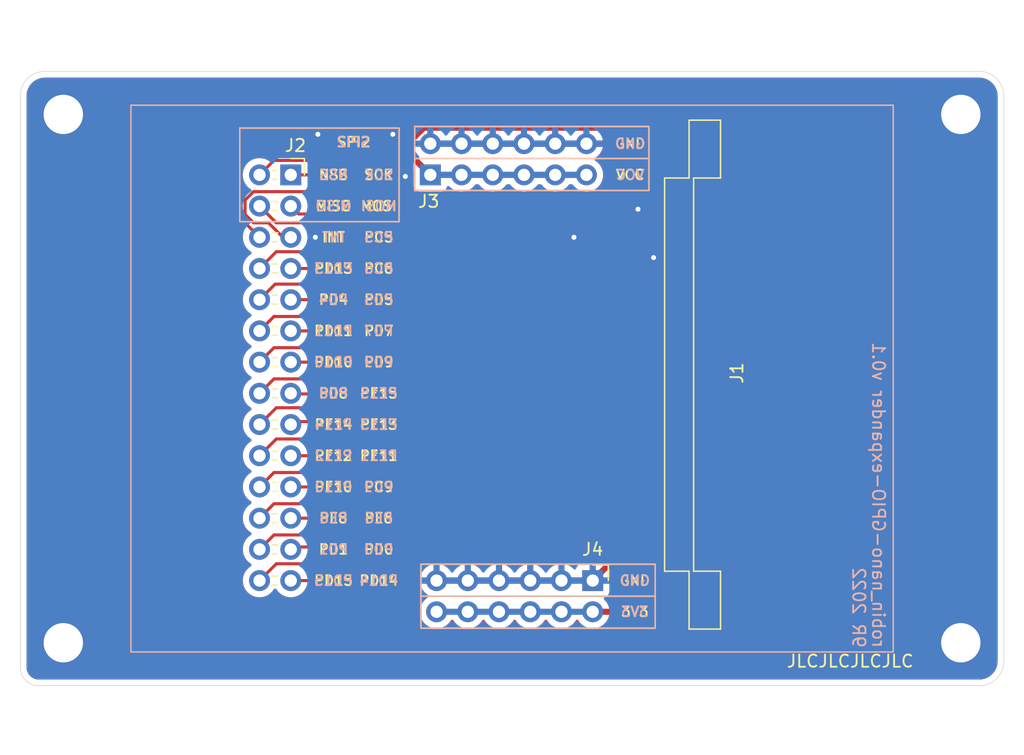
<source format=kicad_pcb>
(kicad_pcb (version 20211014) (generator pcbnew)
  (layers (0 "F.Cu" signal) (31 "B.Cu" signal) (34 "B.Paste" user) (35 "F.Paste" user) (36 "B.SilkS" user "B.Silkscreen") (37 "F.SilkS" user "F.Silkscreen") (38 "B.Mask" user) (39 "F.Mask" user) (44 "Edge.Cuts" user))
  (net 0 "")
  (net 1 "GND")
  (net 2 "SPI2_NSS")
  (net 3 "VCC")
  (net 4 "SPI2_SCK")
  (net 5 "SPI2_MOSI")
  (net 6 "SPI2_MISO")
  (net 7 "PD13")
  (net 8 "PC6")
  (net 9 "PD4")
  (net 10 "PD5")
  (net 11 "PD11")
  (net 12 "PD7")
  (net 13 "PD10")
  (net 14 "PD9")
  (net 15 "PD8")
  (net 16 "PE15")
  (net 17 "PE14")
  (net 18 "PE13")
  (net 19 "PE12")
  (net 20 "PE11")
  (net 21 "PE10")
  (net 22 "PE9")
  (net 23 "PE8")
  (net 24 "PE7")
  (net 25 "PD1")
  (net 26 "PD0")
  (net 27 "PD15")
  (net 28 "PD14")
  (net 29 "3V3")
  (net 30 "PC5_BEEPER")
  (net 31 "INT")
  (footprint "Connector_PinSocket_2.54mm:PinSocket_2x14_P2.54mm_Horizontal" (layer "F.Cu") (at 122 58.42)
    (fp_text reference "J2" (at 0.3772 -2.3876) (layer "F.SilkS"))
    (fp_text value "Conn_02x14_Odd_Even")
    (fp_line (start -1.49 32.66) (end -1.05 32.66) (layer "F.SilkS") (width 0.12))
    (fp_line (start -1.49 25.76) (end -1.05 25.76) (layer "F.SilkS") (width 0.12))
    (fp_line (start -1.49 19.96) (end -1.05 19.96) (layer "F.SilkS") (width 0.12))
    (fp_line (start -1.49 5.44) (end -1.05 5.44) (layer "F.SilkS") (width 0.12))
    (fp_line (start 1.11 -1.33) (end 1.11 0) (layer "F.SilkS") (width 0.12))
    (fp_line (start -1.49 13.06) (end -1.05 13.06) (layer "F.SilkS") (width 0.12))
    (fp_line (start -1.49 4.72) (end -1.05 4.72) (layer "F.SilkS") (width 0.12))
    (fp_line (start -1.49 15.6) (end -1.05 15.6) (layer "F.SilkS") (width 0.12))
    (fp_line (start -1.49 14.88) (end -1.05 14.88) (layer "F.SilkS") (width 0.12))
    (fp_line (start -1.49 22.5) (end -1.05 22.5) (layer "F.SilkS") (width 0.12))
    (fp_line (start -1.49 2.9) (end -1.05 2.9) (layer "F.SilkS") (width 0.12))
    (fp_line (start -1.49 0.36) (end -1.11 0.36) (layer "F.SilkS") (width 0.12))
    (fp_line (start -1.49 12.34) (end -1.05 12.34) (layer "F.SilkS") (width 0.12))
    (fp_line (start -1.49 18.14) (end -1.05 18.14) (layer "F.SilkS") (width 0.12))
    (fp_line (start -1.49 9.8) (end -1.05 9.8) (layer "F.SilkS") (width 0.12))
    (fp_line (start -1.49 7.98) (end -1.05 7.98) (layer "F.SilkS") (width 0.12))
    (fp_line (start -1.49 30.12) (end -1.05 30.12) (layer "F.SilkS") (width 0.12))
    (fp_line (start -1.49 27.58) (end -1.05 27.58) (layer "F.SilkS") (width 0.12))
    (fp_line (start -1.49 10.52) (end -1.05 10.52) (layer "F.SilkS") (width 0.12))
    (fp_line (start -1.49 17.42) (end -1.05 17.42) (layer "F.SilkS") (width 0.12))
    (fp_line (start -1.49 28.3) (end -1.05 28.3) (layer "F.SilkS") (width 0.12))
    (fp_line (start -1.49 20.68) (end -1.05 20.68) (layer "F.SilkS") (width 0.12))
    (fp_line (start -1.49 7.26) (end -1.05 7.26) (layer "F.SilkS") (width 0.12))
    (fp_line (start -1.49 25.04) (end -1.05 25.04) (layer "F.SilkS") (width 0.12))
    (fp_line (start -1.49 2.18) (end -1.05 2.18) (layer "F.SilkS") (width 0.12))
    (fp_line (start -1.49 33.38) (end -1.05 33.38) (layer "F.SilkS") (width 0.12))
    (fp_line (start -1.49 -0.36) (end -1.11 -0.36) (layer "F.SilkS") (width 0.12))
    (fp_line (start 0 -1.33) (end 1.11 -1.33) (layer "F.SilkS") (width 0.12))
    (fp_line (start -1.49 23.22) (end -1.05 23.22) (layer "F.SilkS") (width 0.12))
    (fp_line (start -1.49 30.84) (end -1.05 30.84) (layer "F.SilkS") (width 0.12))
    (pad "1" thru_hole rect (at 0 0) (size 1.7 1.7) (drill 1) (layers *.Cu *.Mask) (net 4 "SPI2_SCK"))
    (pad "2" thru_hole oval (at -2.54 0) (size 1.7 1.7) (drill 1) (layers *.Cu *.Mask) (net 2 "SPI2_NSS"))
    (pad "3" thru_hole oval (at 0 2.54) (size 1.7 1.7) (drill 1) (layers *.Cu *.Mask) (net 5 "SPI2_MOSI"))
    (pad "4" thru_hole oval (at -2.54 2.54) (size 1.7 1.7) (drill 1) (layers *.Cu *.Mask) (net 6 "SPI2_MISO"))
    (pad "5" thru_hole oval (at 0 5.08) (size 1.7 1.7) (drill 1) (layers *.Cu *.Mask) (net 30 "PC5_BEEPER"))
    (pad "6" thru_hole oval (at -2.54 5.08) (size 1.7 1.7) (drill 1) (layers *.Cu *.Mask) (net 31 "INT"))
    (pad "7" thru_hole oval (at 0 7.62) (size 1.7 1.7) (drill 1) (layers *.Cu *.Mask) (net 8 "PC6"))
    (pad "8" thru_hole oval (at -2.54 7.62) (size 1.7 1.7) (drill 1) (layers *.Cu *.Mask) (net 7 "PD13"))
    (pad "9" thru_hole oval (at 0 10.16) (size 1.7 1.7) (drill 1) (layers *.Cu *.Mask) (net 10 "PD5"))
    (pad "10" thru_hole oval (at -2.54 10.16) (size 1.7 1.7) (drill 1) (layers *.Cu *.Mask) (net 9 "PD4"))
    (pad "11" thru_hole oval (at 0 12.7) (size 1.7 1.7) (drill 1) (layers *.Cu *.Mask) (net 12 "PD7"))
    (pad "12" thru_hole oval (at -2.54 12.7) (size 1.7 1.7) (drill 1) (layers *.Cu *.Mask) (net 11 "PD11"))
    (pad "13" thru_hole oval (at 0 15.24) (size 1.7 1.7) (drill 1) (layers *.Cu *.Mask) (net 14 "PD9"))
    (pad "14" thru_hole oval (at -2.54 15.24) (size 1.7 1.7) (drill 1) (layers *.Cu *.Mask) (net 13 "PD10"))
    (pad "15" thru_hole oval (at 0 17.78) (size 1.7 1.7) (drill 1) (layers *.Cu *.Mask) (net 16 "PE15"))
    (pad "16" thru_hole oval (at -2.54 17.78) (size 1.7 1.7) (drill 1) (layers *.Cu *.Mask) (net 15 "PD8"))
    (pad "17" thru_hole oval (at 0 20.32) (size 1.7 1.7) (drill 1) (layers *.Cu *.Mask) (net 18 "PE13"))
    (pad "18" thru_hole oval (at -2.54 20.32) (size 1.7 1.7) (drill 1) (layers *.Cu *.Mask) (net 17 "PE14"))
    (pad "19" thru_hole oval (at 0 22.86) (size 1.7 1.7) (drill 1) (layers *.Cu *.Mask) (net 20 "PE11"))
    (pad "20" thru_hole oval (at -2.54 22.86) (size 1.7 1.7) (drill 1) (layers *.Cu *.Mask) (net 19 "PE12"))
    (pad "21" thru_hole oval (at 0 25.4) (size 1.7 1.7) (drill 1) (layers *.Cu *.Mask) (net 22 "PE9"))
    (pad "22" thru_hole oval (at -2.54 25.4) (size 1.7 1.7) (drill 1) (layers *.Cu *.Mask) (net 21 "PE10"))
    (pad "23" thru_hole oval (at 0 27.94) (size 1.7 1.7) (drill 1) (layers *.Cu *.Mask) (net 24 "PE7"))
    (pad "24" thru_hole oval (at -2.54 27.94) (size 1.7 1.7) (drill 1) (layers *.Cu *.Mask) (net 23 "PE8"))
    (pad "25" thru_hole oval (at 0 30.48) (size 1.7 1.7) (drill 1) (layers *.Cu *.Mask) (net 26 "PD0"))
    (pad "26" thru_hole oval (at -2.54 30.48) (size 1.7 1.7) (drill 1) (layers *.Cu *.Mask) (net 25 "PD1"))
    (pad "27" thru_hole oval (at 0 33.02) (size 1.7 1.7) (drill 1) (layers *.Cu *.Mask) (net 28 "PD14"))
    (pad "28" thru_hole oval (at -2.54 33.02) (size 1.7 1.7) (drill 1) (layers *.Cu *.Mask) (net 27 "PD15"))
  )
  (footprint "MountingHole:MountingHole_3.2mm_M3_DIN965_Pad" (layer "F.Cu") (at 103.5 96.5)
    (fp_text reference "H4" hide)
    (fp_text value "MountingHole")
    (pad "1" thru_hole circle locked (at 0 0) (size 5.6 5.6) (drill 3.2) (layers *.Cu *.Mask))
  )
  (footprint "MountingHole:MountingHole_3.2mm_M3_DIN965_Pad" (layer "F.Cu") (at 103.5 53.5)
    (fp_text reference "H2" hide)
    (fp_text value "MountingHole")
    (pad "1" thru_hole circle locked (at 0 0) (size 5.6 5.6) (drill 3.2) (layers *.Cu *.Mask))
  )
  (footprint "Connector_PinHeader_2.54mm:PinHeader_2x06_P2.54mm_Horizontal" (layer "F.Cu") (at 133.35 58.42 90)
    (fp_text reference "J3" (at -2.159 -0.127 180) (layer "F.SilkS"))
    (fp_text value "Conn_02x06_Odd_Even")
    (fp_line (start -1.27 -1.27) (end 0 -1.27) (layer "F.SilkS") (width 0.12))
    (fp_line (start -1.27 0) (end -1.27 -1.27) (layer "F.SilkS") (width 0.12))
    (pad "1" thru_hole rect (at 0 0 90) (size 1.7 1.7) (drill 1) (layers *.Cu *.Mask) (net 3 "VCC"))
    (pad "2" thru_hole oval (at 2.54 0 90) (size 1.7 1.7) (drill 1) (layers *.Cu *.Mask) (net 1 "GND"))
    (pad "3" thru_hole oval (at 0 2.54 90) (size 1.7 1.7) (drill 1) (layers *.Cu *.Mask) (net 3 "VCC"))
    (pad "4" thru_hole oval (at 2.54 2.54 90) (size 1.7 1.7) (drill 1) (layers *.Cu *.Mask) (net 1 "GND"))
    (pad "5" thru_hole oval (at 0 5.08 90) (size 1.7 1.7) (drill 1) (layers *.Cu *.Mask) (net 3 "VCC"))
    (pad "6" thru_hole oval (at 2.54 5.08 90) (size 1.7 1.7) (drill 1) (layers *.Cu *.Mask) (net 1 "GND"))
    (pad "7" thru_hole oval (at 0 7.62 90) (size 1.7 1.7) (drill 1) (layers *.Cu *.Mask) (net 3 "VCC"))
    (pad "8" thru_hole oval (at 2.54 7.62 90) (size 1.7 1.7) (drill 1) (layers *.Cu *.Mask) (net 1 "GND"))
    (pad "9" thru_hole oval (at 0 10.16 90) (size 1.7 1.7) (drill 1) (layers *.Cu *.Mask) (net 3 "VCC"))
    (pad "10" thru_hole oval (at 2.54 10.16 90) (size 1.7 1.7) (drill 1) (layers *.Cu *.Mask) (net 1 "GND"))
    (pad "11" thru_hole oval (at 0 12.7 90) (size 1.7 1.7) (drill 1) (layers *.Cu *.Mask) (net 3 "VCC"))
    (pad "12" thru_hole oval (at 2.54 12.7 90) (size 1.7 1.7) (drill 1) (layers *.Cu *.Mask) (net 1 "GND"))
  )
  (footprint "MountingHole:MountingHole_3.2mm_M3_DIN965_Pad" (layer "F.Cu") (at 176.5 96.5)
    (fp_text reference "H3" hide)
    (fp_text value "MountingHole")
    (pad "1" thru_hole circle locked (at 0 0) (size 5.6 5.6) (drill 3.2) (layers *.Cu *.Mask))
  )
  (footprint "Connector_PinHeader_2.54mm:PinHeader_2x06_P2.54mm_Horizontal" (layer "F.Cu") (at 146.558 91.44 -90)
    (fp_text reference "J4" (at -2.54 0 180) (layer "F.SilkS"))
    (fp_text value "Conn_02x06_Odd_Even")
    (fp_line (start -1.27 -1.27) (end 0 -1.27) (layer "F.SilkS") (width 0.12))
    (fp_line (start -1.27 0) (end -1.27 -1.27) (layer "F.SilkS") (width 0.12))
    (pad "1" thru_hole rect (at 0 0 270) (size 1.7 1.7) (drill 1) (layers *.Cu *.Mask) (net 1 "GND"))
    (pad "2" thru_hole oval (at 2.54 0 270) (size 1.7 1.7) (drill 1) (layers *.Cu *.Mask) (net 29 "3V3"))
    (pad "3" thru_hole oval (at 0 2.54 270) (size 1.7 1.7) (drill 1) (layers *.Cu *.Mask) (net 1 "GND"))
    (pad "4" thru_hole oval (at 2.54 2.54 270) (size 1.7 1.7) (drill 1) (layers *.Cu *.Mask) (net 29 "3V3"))
    (pad "5" thru_hole oval (at 0 5.08 270) (size 1.7 1.7) (drill 1) (layers *.Cu *.Mask) (net 1 "GND"))
    (pad "6" thru_hole oval (at 2.54 5.08 270) (size 1.7 1.7) (drill 1) (layers *.Cu *.Mask) (net 29 "3V3"))
    (pad "7" thru_hole oval (at 0 7.62 270) (size 1.7 1.7) (drill 1) (layers *.Cu *.Mask) (net 1 "GND"))
    (pad "8" thru_hole oval (at 2.54 7.62 270) (size 1.7 1.7) (drill 1) (layers *.Cu *.Mask) (net 29 "3V3"))
    (pad "9" thru_hole oval (at 0 10.16 270) (size 1.7 1.7) (drill 1) (layers *.Cu *.Mask) (net 1 "GND"))
    (pad "10" thru_hole oval (at 2.54 10.16 270) (size 1.7 1.7) (drill 1) (layers *.Cu *.Mask) (net 29 "3V3"))
    (pad "11" thru_hole oval (at 0 12.7 270) (size 1.7 1.7) (drill 1) (layers *.Cu *.Mask) (net 1 "GND"))
    (pad "12" thru_hole oval (at 2.54 12.7 270) (size 1.7 1.7) (drill 1) (layers *.Cu *.Mask) (net 29 "3V3"))
  )
  (footprint "kp3sExpander:FPC_32" (layer "F.Cu") (at 153.586 74.676 90)
    (fp_text reference "J1" (at 0.127 4.699 90) (layer "F.SilkS"))
    (fp_text value "Conn_01x33_Female")
    (fp_line (start -20.71 0.81) (end -16 0.81) (layer "F.SilkS") (width 0.12))
    (fp_line (start 20.71 0.81) (end 16 0.81) (layer "F.SilkS") (width 0.12))
    (fp_line (start -16 3.37) (end -20.71 3.37) (layer "F.SilkS") (width 0.12))
    (fp_line (start 20.71 3.37) (end 20.71 0.81) (layer "F.SilkS") (width 0.12))
    (fp_line (start -16 -1.18) (end 16 -1.18) (layer "F.SilkS") (width 0.12))
    (fp_line (start 16 0.81) (end 16 -1.18) (layer "F.SilkS") (width 0.12))
    (fp_line (start -16 1.18) (end -16 3.37) (layer "F.SilkS") (width 0.12))
    (fp_line (start -16 0.81) (end -16 -1.18) (layer "F.SilkS") (width 0.12))
    (fp_line (start -16 1.18) (end 16 1.18) (layer "F.SilkS") (width 0.12))
    (fp_line (start -20.71 3.37) (end -20.71 0.81) (layer "F.SilkS") (width 0.12))
    (fp_line (start 16 1.18) (end 16 3.37) (layer "F.SilkS") (width 0.12))
    (fp_line (start 16 3.37) (end 20.71 3.37) (layer "F.SilkS") (width 0.12))
    (pad "1" smd rect (at -15.5 0 90) (size 0.6 2) (layers "F.Cu" "F.Paste" "F.Mask") (net 29 "3V3"))
    (pad "2" smd rect (at -14.5 0 90) (size 0.6 2) (layers "F.Cu" "F.Paste" "F.Mask") (net 1 "GND"))
    (pad "3" smd rect (at -13.5 0 90) (size 0.6 2) (layers "F.Cu" "F.Paste" "F.Mask") (net 28 "PD14"))
    (pad "4" smd rect (at -12.5 0 90) (size 0.6 2) (layers "F.Cu" "F.Paste" "F.Mask") (net 27 "PD15"))
    (pad "5" smd rect (at -11.5 0 90) (size 0.6 2) (layers "F.Cu" "F.Paste" "F.Mask") (net 26 "PD0"))
    (pad "6" smd rect (at -10.5 0 90) (size 0.6 2) (layers "F.Cu" "F.Paste" "F.Mask") (net 25 "PD1"))
    (pad "7" smd rect (at -9.5 0 90) (size 0.6 2) (layers "F.Cu" "F.Paste" "F.Mask") (net 24 "PE7"))
    (pad "8" smd rect (at -8.5 0 90) (size 0.6 2) (layers "F.Cu" "F.Paste" "F.Mask") (net 23 "PE8"))
    (pad "9" smd rect (at -7.5 0 90) (size 0.6 2) (layers "F.Cu" "F.Paste" "F.Mask") (net 22 "PE9"))
    (pad "10" smd rect (at -6.5 0 90) (size 0.6 2) (layers "F.Cu" "F.Paste" "F.Mask") (net 21 "PE10"))
    (pad "11" smd rect (at -5.5 0 90) (size 0.6 2) (layers "F.Cu" "F.Paste" "F.Mask") (net 20 "PE11"))
    (pad "12" smd rect (at -4.5 0 90) (size 0.6 2) (layers "F.Cu" "F.Paste" "F.Mask") (net 19 "PE12"))
    (pad "13" smd rect (at -3.5 0 90) (size 0.6 2) (layers "F.Cu" "F.Paste" "F.Mask") (net 18 "PE13"))
    (pad "14" smd rect (at -2.5 0 90) (size 0.6 2) (layers "F.Cu" "F.Paste" "F.Mask") (net 17 "PE14"))
    (pad "15" smd rect (at -1.5 0 90) (size 0.6 2) (layers "F.Cu" "F.Paste" "F.Mask") (net 16 "PE15"))
    (pad "16" smd rect (at -0.5 0 90) (size 0.6 2) (layers "F.Cu" "F.Paste" "F.Mask") (net 15 "PD8"))
    (pad "17" smd rect (at 0.5 0 90) (size 0.6 2) (layers "F.Cu" "F.Paste" "F.Mask") (net 14 "PD9"))
    (pad "18" smd rect (at 1.5 0 90) (size 0.6 2) (layers "F.Cu" "F.Paste" "F.Mask") (net 13 "PD10"))
    (pad "19" smd rect (at 2.5 0 90) (size 0.6 2) (layers "F.Cu" "F.Paste" "F.Mask") (net 12 "PD7"))
    (pad "20" smd rect (at 3.5 0 90) (size 0.6 2) (layers "F.Cu" "F.Paste" "F.Mask") (net 11 "PD11"))
    (pad "21" smd rect (at 4.5 0 90) (size 0.6 2) (layers "F.Cu" "F.Paste" "F.Mask") (net 10 "PD5"))
    (pad "22" smd rect (at 5.5 0 90) (size 0.6 2) (layers "F.Cu" "F.Paste" "F.Mask") (net 9 "PD4"))
    (pad "23" smd rect (at 6.5 0 90) (size 0.6 2) (layers "F.Cu" "F.Paste" "F.Mask") (net 8 "PC6"))
    (pad "24" smd rect (at 7.5 0 90) (size 0.6 2) (layers "F.Cu" "F.Paste" "F.Mask") (net 7 "PD13"))
    (pad "25" smd rect (at 8.5 0 90) (size 0.6 2) (layers "F.Cu" "F.Paste" "F.Mask") (net 6 "SPI2_MISO"))
    (pad "26" smd rect (at 9.5 0 90) (size 0.6 2) (layers "F.Cu" "F.Paste" "F.Mask") (net 31 "INT"))
    (pad "27" smd rect (at 10.5 0 90) (size 0.6 2) (layers "F.Cu" "F.Paste" "F.Mask") (net 5 "SPI2_MOSI"))
    (pad "28" smd rect (at 11.5 0 90) (size 0.6 2) (layers "F.Cu" "F.Paste" "F.Mask") (net 30 "PC5_BEEPER"))
    (pad "29" smd rect (at 12.5 0 90) (size 0.6 2) (layers "F.Cu" "F.Paste" "F.Mask") (net 4 "SPI2_SCK"))
    (pad "30" smd rect (at 13.5 0 90) (size 0.6 2) (layers "F.Cu" "F.Paste" "F.Mask") (net 3 "VCC"))
    (pad "31" smd rect (at 14.5 0 90) (size 0.6 2) (layers "F.Cu" "F.Paste" "F.Mask") (net 2 "SPI2_NSS"))
    (pad "32" smd rect (at 15.5 0 90) (size 0.6 2) (layers "F.Cu" "F.Paste" "F.Mask") (net 1 "GND"))
    (pad "33" smd rect (at -19.1 2.15 90) (size 2.5 2.2) (layers "F.Cu" "F.Paste" "F.Mask") (net 1 "GND"))
    (pad "33" smd rect (at 19.1 2.15 90) (size 2.5 2.2) (layers "F.Cu" "F.Paste" "F.Mask") (net 1 "GND"))
  )
  (footprint "MountingHole:MountingHole_3.2mm_M3_DIN965_Pad" (layer "F.Cu") (at 176.5 53.5)
    (fp_text reference "H1" hide)
    (fp_text value "MountingHole")
    (pad "1" thru_hole circle locked (at 0 0) (size 5.6 5.6) (drill 3.2) (layers *.Cu *.Mask))
  )
  (gr_rect (start 117.856 54.61) (end 130.81 62.23) (layer "B.SilkS") (width 0.12) (fill none))
  (gr_rect (start 132.08 54.483) (end 151.13 59.69) (layer "B.SilkS") (width 0.12) (fill none))
  (gr_line (start 151.13 57.0865) (end 132.08 57.0865) (layer "B.SilkS") (width 0.12))
  (gr_line (start 151.638 92.71) (end 132.588 92.71) (layer "B.SilkS") (width 0.12))
  (gr_rect (start 132.588 90.1065) (end 151.638 95.3135) (layer "B.SilkS") (width 0.12) (fill none))
  (gr_rect (start 109 97.25) (end 171 52.75) (layer "B.SilkS") (width 0.12) (fill none))
  (gr_line (start 151.638 92.71) (end 132.588 92.71) (layer "F.SilkS") (width 0.12))
  (gr_rect (start 132.588 95.3135) (end 151.638 90.1065) (layer "F.SilkS") (width 0.12) (fill none))
  (gr_rect (start 132.08 59.69) (end 151.13 54.483) (layer "F.SilkS") (width 0.12) (fill none))
  (gr_line (start 151.13 57.0865) (end 132.08 57.0865) (layer "F.SilkS") (width 0.12))
  (gr_rect (start 117.856 62.23) (end 130.81 54.61) (layer "F.SilkS") (width 0.12) (fill none))
  (gr_line (start 180 52) (end 180 98) (layer "Edge.Cuts") (width 0.05))
  (gr_arc (start 178 50) (mid 179.414214 50.585786) (end 180 52) (layer "Edge.Cuts") (width 0.05))
  (gr_arc (start 101.5 100) (mid 100.43934 99.56066) (end 100 98.5) (layer "Edge.Cuts") (width 0.05))
  (gr_line (start 100 98.5) (end 100 52) (layer "Edge.Cuts") (width 0.05))
  (gr_arc (start 180 98) (mid 179.414214 99.414214) (end 178 100) (layer "Edge.Cuts") (width 0.05))
  (gr_arc (start 100 52) (mid 100.585786 50.585786) (end 102 50) (layer "Edge.Cuts") (width 0.05))
  (gr_line (start 178 100) (end 101.5 100) (layer "Edge.Cuts") (width 0.05))
  (gr_line (start 102 50) (end 178 50) (layer "Edge.Cuts") (width 0.05))
  (gr_text "SPI2" (at 127.076558 55.750653) (layer "B.SilkS") (effects (font (size 0.8 0.8)) (justify mirror)))
  (gr_text "PD13" (at 125.476 66.04) (layer "B.SilkS") (effects (font (size 0.8 0.8)) (justify mirror)))
  (gr_text "PD5" (at 129.159 68.58) (layer "B.SilkS") (effects (font (size 0.8 0.8)) (justify mirror)))
  (gr_text "PE13" (at 129.159 78.74) (layer "B.SilkS") (effects (font (size 0.8 0.8)) (justify mirror)))
  (gr_text "PD15" (at 125.476 91.44) (layer "B.SilkS") (effects (font (size 0.8 0.8)) (justify mirror)))
  (gr_text "PD7" (at 129.159 71.12) (layer "B.SilkS") (effects (font (size 0.8 0.8)) (justify mirror)))
  (gr_text "GND" (at 149.606 55.88) (layer "B.SilkS") (effects (font (size 0.8 0.8)) (justify mirror)))
  (gr_text "robin_nano-GPIO-expander v0.1\n9R 2022" (at 169 97 270) (layer "B.SilkS") (effects (font (size 1 1)) (justify left mirror)))
  (gr_text "MISO" (at 125.476 60.96) (layer "B.SilkS") (effects (font (size 0.8 0.8)) (justify mirror)))
  (gr_text "VCC" (at 149.606 58.42) (layer "B.SilkS") (effects (font (size 0.8 0.8)) (justify mirror)))
  (gr_text "PE8" (at 125.476 86.36) (layer "B.SilkS") (effects (font (size 0.8 0.8)) (justify mirror)))
  (gr_text "PD0" (at 129.159 88.9) (layer "B.SilkS") (effects (font (size 0.8 0.8)) (justify mirror)))
  (gr_text "PD1" (at 125.476 88.9) (layer "B.SilkS") (effects (font (size 0.8 0.8)) (justify mirror)))
  (gr_text "INT" (at 125.476 63.5) (layer "B.SilkS") (effects (font (size 0.8 0.8)) (justify mirror)))
  (gr_text "PE12" (at 125.476 81.28) (layer "B.SilkS") (effects (font (size 0.8 0.8)) (justify mirror)))
  (gr_text "PD14" (at 129.159 91.44) (layer "B.SilkS") (effects (font (size 0.8 0.8)) (justify mirror)))
  (gr_text "PC5" (at 129.159 63.5) (layer "B.SilkS") (effects (font (size 0.8 0.8)) (justify mirror)))
  (gr_text "PD9" (at 129.159 73.66) (layer "B.SilkS") (effects (font (size 0.8 0.8)) (justify mirror)))
  (gr_text "PE15" (at 129.159 76.2) (layer "B.SilkS") (effects (font (size 0.8 0.8)) (justify mirror)))
  (gr_text "SCK" (at 129.159 58.42) (layer "B.SilkS") (effects (font (size 0.8 0.8)) (justify mirror)))
  (gr_text "PE6" (at 129.159 86.36) (layer "B.SilkS") (effects (font (size 0.8 0.8)) (justify mirror)))
  (gr_text "PE11" (at 129.159 81.28) (layer "B.SilkS") (effects (font (size 0.8 0.8)) (justify mirror)))
  (gr_text "PE14" (at 125.476 78.74) (layer "B.SilkS") (effects (font (size 0.8 0.8)) (justify mirror)))
  (gr_text "3V3" (at 149.987 93.98) (layer "B.SilkS") (effects (font (size 0.8 0.8)) (justify mirror)))
  (gr_text "GND" (at 149.987 91.44) (layer "B.SilkS") (effects (font (size 0.8 0.8)) (justify mirror)))
  (gr_text "PD8" (at 125.476 76.2) (layer "B.SilkS") (effects (font (size 0.8 0.8)) (justify mirror)))
  (gr_text "PD11" (at 125.476 71.12) (layer "B.SilkS") (effects (font (size 0.8 0.8)) (justify mirror)))
  (gr_text "PE10" (at 125.476 83.82) (layer "B.SilkS") (effects (font (size 0.8 0.8)) (justify mirror)))
  (gr_text "MOSI" (at 129.159 60.96) (layer "B.SilkS") (effects (font (size 0.8 0.8)) (justify mirror)))
  (gr_text "PC6" (at 129.159 66.04) (layer "B.SilkS") (effects (font (size 0.8 0.8)) (justify mirror)))
  (gr_text "PC9" (at 129.159 83.82) (layer "B.SilkS") (effects (font (size 0.8 0.8)) (justify mirror)))
  (gr_text "PD10" (at 125.476 73.66) (layer "B.SilkS") (effects (font (size 0.8 0.8)) (justify mirror)))
  (gr_text "NSS" (at 125.476 58.42) (layer "B.SilkS") (effects (font (size 0.8 0.8)) (justify mirror)))
  (gr_text "PD4" (at 125.476 68.58) (layer "B.SilkS") (effects (font (size 0.8 0.8)) (justify mirror)))
  (gr_text "SPI2" (at 127.127 55.753) (layer "F.SilkS") (effects (font (size 0.8 0.8))))
  (gr_text "PC5" (at 129.159 63.5) (layer "F.SilkS") (effects (font (size 0.8 0.8))))
  (gr_text "PD15" (at 125.476 91.44) (layer "F.SilkS") (effects (font (size 0.8 0.8))))
  (gr_text "PD7" (at 129.159 71.12) (layer "F.SilkS") (effects (font (size 0.8 0.8))))
  (gr_text "PD4" (at 125.476 68.58) (layer "F.SilkS") (effects (font (size 0.8 0.8))))
  (gr_text "PD14" (at 129.159 91.44) (layer "F.SilkS") (effects (font (size 0.8 0.8))))
  (gr_text "PE14" (at 125.476 78.74) (layer "F.SilkS") (effects (font (size 0.8 0.8))))
  (gr_text "PD1" (at 125.476 88.9) (layer "F.SilkS") (effects (font (size 0.8 0.8))))
  (gr_text "PE13" (at 129.159 78.74) (layer "F.SilkS") (effects (font (size 0.8 0.8))))
  (gr_text "PE12" (at 125.476 81.28) (layer "F.SilkS") (effects (font (size 0.8 0.8))))
  (gr_text "PE11" (at 129.159 81.28) (layer "F.SilkS") (effects (font (size 0.8 0.8))))
  (gr_text "PD0" (at 129.159 88.9) (layer "F.SilkS") (effects (font (size 0.8 0.8))))
  (gr_text "PE6" (at 129.159 86.36) (layer "F.SilkS") (effects (font (size 0.8 0.8))))
  (gr_text "SCK" (at 129.159 58.42) (layer "F.SilkS") (effects (font (size 0.8 0.8))))
  (gr_text "PC9" (at 129.159 83.82) (layer "F.SilkS") (effects (font (size 0.8 0.8))))
  (gr_text "PC6" (at 129.159 66.04) (layer "F.SilkS") (effects (font (size 0.8 0.8))))
  (gr_text "PE10" (at 125.476 83.82) (layer "F.SilkS") (effects (font (size 0.8 0.8))))
  (gr_text "MISO" (at 125.476 60.96) (layer "F.SilkS") (effects (font (size 0.8 0.8))))
  (gr_text "PD5" (at 129.159 68.58) (layer "F.SilkS") (effects (font (size 0.8 0.8))))
  (gr_text "VCC" (at 149.606 58.42) (layer "F.SilkS") (effects (font (size 0.8 0.8))))
  (gr_text "PE15" (at 129.159 76.2) (layer "F.SilkS") (effects (font (size 0.8 0.8))))
  (gr_text "PD13" (at 125.476 66.04) (layer "F.SilkS") (effects (font (size 0.8 0.8))))
  (gr_text "NSS" (at 125.476 58.42) (layer "F.SilkS") (effects (font (size 0.8 0.8))))
  (gr_text "PD10" (at 125.476 73.66) (layer "F.SilkS") (effects (font (size 0.8 0.8))))
  (gr_text "JLCJLCJLCJLC" (at 167.5 98) (layer "F.SilkS") (effects (font (size 1 1))))
  (gr_text "PE8" (at 125.476 86.36) (layer "F.SilkS") (effects (font (size 0.8 0.8))))
  (gr_text "MOSI" (at 129.159 60.96) (layer "F.SilkS") (effects (font (size 0.8 0.8))))
  (gr_text "INT" (at 125.476 63.5) (layer "F.SilkS") (effects (font (size 0.8 0.8))))
  (gr_text "PD11" (at 125.476 71.12) (layer "F.SilkS") (effects (font (size 0.8 0.8))))
  (gr_text "3V3" (at 149.987 93.98) (layer "F.SilkS") (effects (font (size 0.8 0.8))))
  (gr_text "GND" (at 149.606 55.88) (layer "F.SilkS") (effects (font (size 0.8 0.8))))
  (gr_text "PD9" (at 129.159 73.66) (layer "F.SilkS") (effects (font (size 0.8 0.8))))
  (gr_text "GND" (at 149.987 91.44) (layer "F.SilkS") (effects (font (size 0.8 0.8))))
  (gr_text "PD8" (at 125.476 76.2) (layer "F.SilkS") (effects (font (size 0.8 0.8))))
  (segment (start 112.014 96.139) (end 111.252 96.139) (width 0.25) (layer "F.Cu") (net 0))
  (segment (start 112.014 95.631) (end 111.252 95.631) (width 0.25) (layer "F.Cu") (net 0))
  (segment (start 108.458 98.425) (end 108.458 97.155) (width 0.25) (layer "F.Cu") (net 0))
  (segment (start 112.014 95.123) (end 111.252 95.123) (width 0.25) (layer "F.Cu") (net 0))
  (segment (start 110.871 96.139) (end 109.982 96.139) (width 0.25) (layer "F.Cu") (net 0))
  (segment (start 109.474 96.139) (end 109.474 97.155) (width 0.25) (layer "F.Cu") (net 0))
  (segment (start 109.982 96.139) (end 109.982 97.155) (width 0.25) (layer "F.Cu") (net 0))
  (segment (start 108.458 97.155) (end 108.458 96.139) (width 0.25) (layer "F.Cu") (net 0))
  (segment (start 112.014 95.123) (end 112.014 95.631) (width 0.25) (layer "F.Cu") (net 0))
  (segment (start 112.014 95.631) (end 112.014 96.139) (width 0.25) (layer "F.Cu") (net 0))
  (segment (start 108.458 97.155) (end 109.474 97.155) (width 0.25) (layer "F.Cu") (net 0))
  (segment (start 109.982 97.155) (end 110.871 97.155) (width 0.25) (layer "F.Cu") (net 0))
  (segment (start 138.43 55.88) (end 140.97 55.88) (width 0.5) (layer "F.Cu") (net 1))
  (segment (start 135.89 55.88) (end 138.43 55.88) (width 0.5) (layer "F.Cu") (net 1))
  (segment (start 143.51 55.88) (end 146.05 55.88) (width 0.5) (layer "F.Cu") (net 1))
  (segment (start 148.748 89.25) (end 153.65 89.25) (width 0.5) (layer "F.Cu") (net 1))
  (segment (start 146.05 55.88) (end 150.28 55.88) (width 0.5) (layer "F.Cu") (net 1))
  (segment (start 140.97 55.88) (end 143.51 55.88) (width 0.5) (layer "F.Cu") (net 1))
  (segment (start 146.558 91.44) (end 148.748 89.25) (width 0.5) (layer "F.Cu") (net 1))
  (segment (start 150.28 55.88) (end 153.65 59.25) (width 0.5) (layer "F.Cu") (net 1))
  (segment (start 133.35 55.88) (end 135.89 55.88) (width 0.5) (layer "F.Cu") (net 1))
  (via (at 124 63.5) (size 0.8) (drill 0.4) (layers "F.Cu" "B.Cu") (net 1))
  (via (at 124.206 55.118) (size 0.8) (drill 0.4) (layers "F.Cu" "B.Cu") (net 1))
  (via (at 145.034 63.5) (size 0.8) (drill 0.4) (layers "F.Cu" "B.Cu") (net 1))
  (via (at 150.241 61.214) (size 0.8) (drill 0.4) (layers "F.Cu" "B.Cu") (net 1))
  (via (at 130.302 55.118) (size 0.8) (drill 0.4) (layers "F.Cu" "B.Cu") (net 1))
  (via (at 131.318 58.547) (size 0.8) (drill 0.4) (layers "F.Cu" "B.Cu") (net 1))
  (via (at 151.511 65.151) (size 0.8) (drill 0.4) (layers "F.Cu" "B.Cu") (net 1))
  (segment (start 146.558 91.44) (end 133.858 91.44) (width 0.5) (layer "B.Cu") (net 1))
  (segment (start 133.35 55.88) (end 146.05 55.88) (width 0.5) (layer "B.Cu") (net 1))
  (segment (start 128.174511 57.245489) (end 120.634511 57.245489) (width 0.25) (layer "F.Cu") (net 2))
  (segment (start 131.179022 60.25) (end 128.174511 57.245489) (width 0.25) (layer "F.Cu") (net 2))
  (segment (start 153.65 60.25) (end 131.179022 60.25) (width 0.25) (layer "F.Cu") (net 2))
  (segment (start 120.634511 57.245489) (end 119.46 58.42) (width 0.25) (layer "F.Cu") (net 2))
  (segment (start 131.826 56.896) (end 133.35 58.42) (width 0.5) (layer "F.Cu") (net 3))
  (segment (start 154.686 58.166) (end 153.55527 58.166) (width 0.5) (layer "F.Cu") (net 3))
  (segment (start 135.89 58.42) (end 138.43 58.42) (width 0.5) (layer "F.Cu") (net 3))
  (segment (start 154.785022 61.176) (end 155.194 60.767022) (width 0.5) (layer "F.Cu") (net 3))
  (segment (start 153.586 61.176) (end 154.785022 61.176) (width 0.5) (layer "F.Cu") (net 3))
  (segment (start 155.194 60.767022) (end 155.194 58.674) (width 0.5) (layer "F.Cu") (net 3))
  (segment (start 140.97 58.42) (end 143.51 58.42) (width 0.5) (layer "F.Cu") (net 3))
  (segment (start 149.969759 54.580489) (end 132.811724 54.580489) (width 0.5) (layer "F.Cu") (net 3))
  (segment (start 131.826 55.566213) (end 131.826 56.896) (width 0.5) (layer "F.Cu") (net 3))
  (segment (start 155.194 58.674) (end 154.686 58.166) (width 0.5) (layer "F.Cu") (net 3))
  (segment (start 143.51 58.42) (end 146.05 58.42) (width 0.5) (layer "F.Cu") (net 3))
  (segment (start 133.35 58.42) (end 135.89 58.42) (width 0.5) (layer "F.Cu") (net 3))
  (segment (start 153.55527 58.166) (end 149.969759 54.580489) (width 0.5) (layer "F.Cu") (net 3))
  (segment (start 132.811724 54.580489) (end 131.826 55.566213) (width 0.5) (layer "F.Cu") (net 3))
  (segment (start 138.43 58.42) (end 140.97 58.42) (width 0.5) (layer "F.Cu") (net 3))
  (segment (start 146.05 58.42) (end 133.35 58.42) (width 0.5) (layer "B.Cu") (net 3))
  (segment (start 130.81 60.706) (end 128.524 58.42) (width 0.25) (layer "F.Cu") (net 4))
  (segment (start 128.524 58.42) (end 122 58.42) (width 0.25) (layer "F.Cu") (net 4))
  (segment (start 147.657154 62.25) (end 146.113153 60.706) (width 0.25) (layer "F.Cu") (net 4))
  (segment (start 146.113153 60.706) (end 130.81 60.706) (width 0.25) (layer "F.Cu") (net 4))
  (segment (start 153.65 62.25) (end 147.657154 62.25) (width 0.25) (layer "F.Cu") (net 4))
  (segment (start 153.65 64.25) (end 148.385718 64.25) (width 0.25) (layer "F.Cu") (net 5))
  (segment (start 145.740758 61.60504) (end 122.64504 61.60504) (width 0.25) (layer "F.Cu") (net 5))
  (segment (start 148.385718 64.25) (end 145.740758 61.60504) (width 0.25) (layer "F.Cu") (net 5))
  (segment (start 122.64504 61.60504) (end 122 60.96) (width 0.25) (layer "F.Cu") (net 5))
  (segment (start 120.825489 62.325489) (end 119.46 60.96) (width 0.25) (layer "F.Cu") (net 6))
  (segment (start 153.65 66.25) (end 149.75 66.25) (width 0.25) (layer "F.Cu") (net 6))
  (segment (start 149.75 66.25) (end 145.825489 62.325489) (width 0.25) (layer "F.Cu") (net 6))
  (segment (start 145.825489 62.325489) (end 120.825489 62.325489) (width 0.25) (layer "F.Cu") (net 6))
  (segment (start 150.021436 67.25) (end 153.65 67.25) (width 0.25) (layer "F.Cu") (net 7))
  (segment (start 147.445947 64.674511) (end 150.021436 67.25) (width 0.25) (layer "F.Cu") (net 7))
  (segment (start 119.46 66.04) (end 120.825489 64.674511) (width 0.25) (layer "F.Cu") (net 7))
  (segment (start 120.825489 64.674511) (end 147.445947 64.674511) (width 0.25) (layer "F.Cu") (net 7))
  (segment (start 148.175718 66.04) (end 150.385718 68.25) (width 0.25) (layer "F.Cu") (net 8))
  (segment (start 150.385718 68.25) (end 153.65 68.25) (width 0.25) (layer "F.Cu") (net 8))
  (segment (start 122 66.04) (end 148.175718 66.04) (width 0.25) (layer "F.Cu") (net 8))
  (segment (start 148.81 67.31) (end 150.75 69.25) (width 0.25) (layer "F.Cu") (net 9))
  (segment (start 150.75 69.25) (end 153.65 69.25) (width 0.25) (layer "F.Cu") (net 9))
  (segment (start 120.73 67.31) (end 148.81 67.31) (width 0.25) (layer "F.Cu") (net 9))
  (segment (start 119.46 68.58) (end 120.73 67.31) (width 0.25) (layer "F.Cu") (net 9))
  (segment (start 149.351436 68.58) (end 151.021436 70.25) (width 0.25) (layer "F.Cu") (net 10))
  (segment (start 151.021436 70.25) (end 153.65 70.25) (width 0.25) (layer "F.Cu") (net 10))
  (segment (start 122 68.58) (end 149.351436 68.58) (width 0.25) (layer "F.Cu") (net 10))
  (segment (start 120.634511 69.945489) (end 150.081207 69.945489) (width 0.25) (layer "F.Cu") (net 11))
  (segment (start 119.46 71.12) (end 120.634511 69.945489) (width 0.25) (layer "F.Cu") (net 11))
  (segment (start 150.081207 69.945489) (end 151.385718 71.25) (width 0.25) (layer "F.Cu") (net 11))
  (segment (start 151.385718 71.25) (end 153.65 71.25) (width 0.25) (layer "F.Cu") (net 11))
  (segment (start 122 71.12) (end 150.62 71.12) (width 0.25) (layer "F.Cu") (net 12))
  (segment (start 151.75 72.25) (end 153.65 72.25) (width 0.25) (layer "F.Cu") (net 12))
  (segment (start 150.62 71.12) (end 151.75 72.25) (width 0.25) (layer "F.Cu") (net 12))
  (segment (start 151.739 73.25) (end 153.65 73.25) (width 0.25) (layer "F.Cu") (net 13))
  (segment (start 150.974489 72.485489) (end 151.739 73.25) (width 0.25) (layer "F.Cu") (net 13))
  (segment (start 119.46 73.66) (end 120.634511 72.485489) (width 0.25) (layer "F.Cu") (net 13))
  (segment (start 120.634511 72.485489) (end 150.974489 72.485489) (width 0.25) (layer "F.Cu") (net 13))
  (segment (start 122 73.66) (end 151.212 73.66) (width 0.25) (layer "F.Cu") (net 14))
  (segment (start 151.212 73.66) (end 151.802 74.25) (width 0.25) (layer "F.Cu") (net 14))
  (segment (start 151.802 74.25) (end 153.65 74.25) (width 0.25) (layer "F.Cu") (net 14))
  (segment (start 120.634511 75.025489) (end 153.425489 75.025489) (width 0.25) (layer "F.Cu") (net 15))
  (segment (start 153.425489 75.025489) (end 153.65 75.25) (width 0.25) (layer "F.Cu") (net 15))
  (segment (start 119.46 76.2) (end 120.634511 75.025489) (width 0.25) (layer "F.Cu") (net 15))
  (segment (start 153.65 76.25) (end 122.05 76.25) (width 0.25) (layer "F.Cu") (net 16))
  (segment (start 122.05 76.25) (end 122 76.2) (width 0.25) (layer "F.Cu") (net 16))
  (segment (start 153.525489 77.374511) (end 153.65 77.25) (width 0.25) (layer "F.Cu") (net 17))
  (segment (start 119.46 78.74) (end 120.825489 77.374511) (width 0.25) (layer "F.Cu") (net 17))
  (segment (start 120.825489 77.374511) (end 153.525489 77.374511) (width 0.25) (layer "F.Cu") (net 17))
  (segment (start 122.24 78.5) (end 151.75 78.5) (width 0.25) (layer "F.Cu") (net 18))
  (segment (start 151.75 78.5) (end 152 78.25) (width 0.25) (layer "F.Cu") (net 18))
  (segment (start 152 78.25) (end 153.65 78.25) (width 0.25) (layer "F.Cu") (net 18))
  (segment (start 122 78.74) (end 122.24 78.5) (width 0.25) (layer "F.Cu") (net 18))
  (segment (start 120.825489 79.914511) (end 151.085489 79.914511) (width 0.25) (layer "F.Cu") (net 19))
  (segment (start 151.085489 79.914511) (end 151.75 79.25) (width 0.25) (layer "F.Cu") (net 19))
  (segment (start 151.75 79.25) (end 153.65 79.25) (width 0.25) (layer "F.Cu") (net 19))
  (segment (start 119.46 81.28) (end 120.825489 79.914511) (width 0.25) (layer "F.Cu") (net 19))
  (segment (start 122 81.28) (end 150.510564 81.28) (width 0.25) (layer "F.Cu") (net 20))
  (segment (start 150.510564 81.28) (end 151.540564 80.25) (width 0.25) (layer "F.Cu") (net 20))
  (segment (start 151.540564 80.25) (end 153.65 80.25) (width 0.25) (layer "F.Cu") (net 20))
  (segment (start 120.634511 82.645489) (end 149.780793 82.645489) (width 0.25) (layer "F.Cu") (net 21))
  (segment (start 151.176282 81.25) (end 153.65 81.25) (width 0.25) (layer "F.Cu") (net 21))
  (segment (start 119.46 83.82) (end 120.634511 82.645489) (width 0.25) (layer "F.Cu") (net 21))
  (segment (start 149.780793 82.645489) (end 151.176282 81.25) (width 0.25) (layer "F.Cu") (net 21))
  (segment (start 150.812 82.25) (end 153.65 82.25) (width 0.25) (layer "F.Cu") (net 22))
  (segment (start 122 83.82) (end 149.242 83.82) (width 0.25) (layer "F.Cu") (net 22))
  (segment (start 149.242 83.82) (end 150.812 82.25) (width 0.25) (layer "F.Cu") (net 22))
  (segment (start 119.46 86.36) (end 120.634511 85.185489) (width 0.25) (layer "F.Cu") (net 23))
  (segment (start 148.543075 85.185489) (end 150.478564 83.25) (width 0.25) (layer "F.Cu") (net 23))
  (segment (start 150.478564 83.25) (end 153.65 83.25) (width 0.25) (layer "F.Cu") (net 23))
  (segment (start 120.634511 85.185489) (end 148.543075 85.185489) (width 0.25) (layer "F.Cu") (net 23))
  (segment (start 150.114282 84.25) (end 153.65 84.25) (width 0.25) (layer "F.Cu") (net 24))
  (segment (start 148.004282 86.36) (end 150.114282 84.25) (width 0.25) (layer "F.Cu") (net 24))
  (segment (start 122 86.36) (end 148.004282 86.36) (width 0.25) (layer "F.Cu") (net 24))
  (segment (start 119.46 88.9) (end 120.634511 87.725489) (width 0.25) (layer "F.Cu") (net 25))
  (segment (start 149.75 85.25) (end 153.65 85.25) (width 0.25) (layer "F.Cu") (net 25))
  (segment (start 147.274511 87.725489) (end 149.75 85.25) (width 0.25) (layer "F.Cu") (net 25))
  (segment (start 120.634511 87.725489) (end 147.274511 87.725489) (width 0.25) (layer "F.Cu") (net 25))
  (segment (start 149.449564 86.25) (end 153.65 86.25) (width 0.25) (layer "F.Cu") (net 26))
  (segment (start 122 88.9) (end 122.19552 88.70448) (width 0.25) (layer "F.Cu") (net 26))
  (segment (start 122.19552 88.70448) (end 146.995084 88.70448) (width 0.25) (layer "F.Cu") (net 26))
  (segment (start 146.995084 88.70448) (end 149.449564 86.25) (width 0.25) (layer "F.Cu") (net 26))
  (segment (start 119.46 91.44) (end 120.825489 90.074511) (width 0.25) (layer "F.Cu") (net 27))
  (segment (start 147.181282 89.154) (end 149.085282 87.25) (width 0.25) (layer "F.Cu") (net 27))
  (segment (start 149.085282 87.25) (end 153.65 87.25) (width 0.25) (layer "F.Cu") (net 27))
  (segment (start 130.523771 90.074511) (end 131.444282 89.154) (width 0.25) (layer "F.Cu") (net 27))
  (segment (start 131.444282 89.154) (end 147.181282 89.154) (width 0.25) (layer "F.Cu") (net 27))
  (segment (start 120.825489 90.074511) (end 130.523771 90.074511) (width 0.25) (layer "F.Cu") (net 27))
  (segment (start 148.721 88.25) (end 153.65 88.25) (width 0.25) (layer "F.Cu") (net 28))
  (segment (start 131.572 89.662) (end 147.309 89.662) (width 0.25) (layer "F.Cu") (net 28))
  (segment (start 122 91.44) (end 129.794 91.44) (width 0.25) (layer "F.Cu") (net 28))
  (segment (start 129.794 91.44) (end 131.572 89.662) (width 0.25) (layer "F.Cu") (net 28))
  (segment (start 147.309 89.662) (end 148.721 88.25) (width 0.25) (layer "F.Cu") (net 28))
  (segment (start 149.92 93.98) (end 153.65 90.25) (width 0.5) (layer "F.Cu") (net 29))
  (segment (start 146.558 93.98) (end 149.92 93.98) (width 0.5) (layer "F.Cu") (net 29))
  (segment (start 133.858 93.98) (end 146.558 93.98) (width 0.5) (layer "B.Cu") (net 29))
  (segment (start 129.253771 59.785489) (end 118.973501 59.785489) (width 0.25) (layer "F.Cu") (net 30))
  (segment (start 120.189771 62.325489) (end 121.364282 63.5) (width 0.25) (layer "F.Cu") (net 30))
  (segment (start 118.285489 60.473501) (end 118.285489 61.637477) (width 0.25) (layer "F.Cu") (net 30))
  (segment (start 118.973501 62.325489) (end 120.189771 62.325489) (width 0.25) (layer "F.Cu") (net 30))
  (segment (start 118.285489 61.637477) (end 118.973501 62.325489) (width 0.25) (layer "F.Cu") (net 30))
  (segment (start 118.973501 59.785489) (end 118.285489 60.473501) (width 0.25) (layer "F.Cu") (net 30))
  (segment (start 145.926956 61.15552) (end 130.623802 61.15552) (width 0.25) (layer "F.Cu") (net 30))
  (segment (start 153.65 63.25) (end 148.021436 63.25) (width 0.25) (layer "F.Cu") (net 30))
  (segment (start 130.623802 61.15552) (end 129.253771 59.785489) (width 0.25) (layer "F.Cu") (net 30))
  (segment (start 148.021436 63.25) (end 145.926956 61.15552) (width 0.25) (layer "F.Cu") (net 30))
  (segment (start 121.364282 63.5) (end 122 63.5) (width 0.25) (layer "F.Cu") (net 30))
  (segment (start 154.686 57.150511) (end 153.352274 57.150511) (width 0.25) (layer "F.Cu") (net 31))
  (segment (start 121.000031 54.005969) (end 117.835969 57.170031) (width 0.25) (layer "F.Cu") (net 31))
  (segment (start 155.768519 58.23303) (end 154.686 57.150511) (width 0.25) (layer "F.Cu") (net 31))
  (segment (start 155.768519 64.243481) (end 155.768519 58.23303) (width 0.25) (layer "F.Cu") (net 31))
  (segment (start 117.835969 61.875969) (end 119.46 63.5) (width 0.25) (layer "F.Cu") (net 31))
  (segment (start 154.836 65.176) (end 155.768519 64.243481) (width 0.25) (layer "F.Cu") (net 31))
  (segment (start 150.207732 54.005969) (end 121.000031 54.005969) (width 0.25) (layer "F.Cu") (net 31))
  (segment (start 153.352274 57.150511) (end 150.207732 54.005969) (width 0.25) (layer "F.Cu") (net 31))
  (segment (start 117.835969 57.170031) (end 117.835969 61.875969) (width 0.25) (layer "F.Cu") (net 31))
  (segment (start 153.586 65.176) (end 154.836 65.176) (width 0.25) (layer "F.Cu") (net 31))
  (zone (net 1) (net_name "GND") (layer "F.Cu") (connect_pads (clearance 0.508)) (min_thickness 0.254) (fill yes (thermal_gap 0.508) (thermal_bridge_width 0.508))
    (polygon (pts (xy 180.086 50.038) (xy 179.959 99.949) (xy 99.949 100.076) (xy 99.949 49.911) (xy 179.959 49.911)))
  )
  (zone (net 1) (net_name "GND") (layer "B.Cu") (connect_pads (clearance 0.508)) (min_thickness 0.254) (fill yes (thermal_gap 0.508) (thermal_bridge_width 0.508))
    (polygon (pts (xy 180.086 100.076) (xy 100.076 99.949) (xy 99.949 49.911) (xy 180.086 49.911)))
  )
)
</source>
